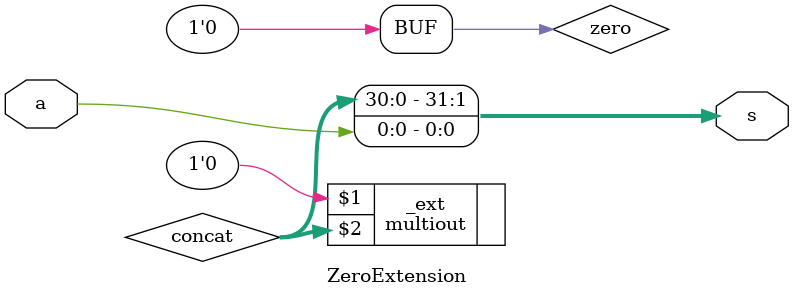
<source format=sv>
module ZeroExtension #(parameter bus = 32, parameter inputsize = 1) (input logic [inputsize-1:0]a,output logic [bus-1:0] s);

	logic[bus-1-inputsize:0] concat;
	logic zero;
	assign zero = 0;
	
	multiout #(bus-inputsize) _ext(zero,concat);
	
	assign s = {concat,a};

endmodule

</source>
